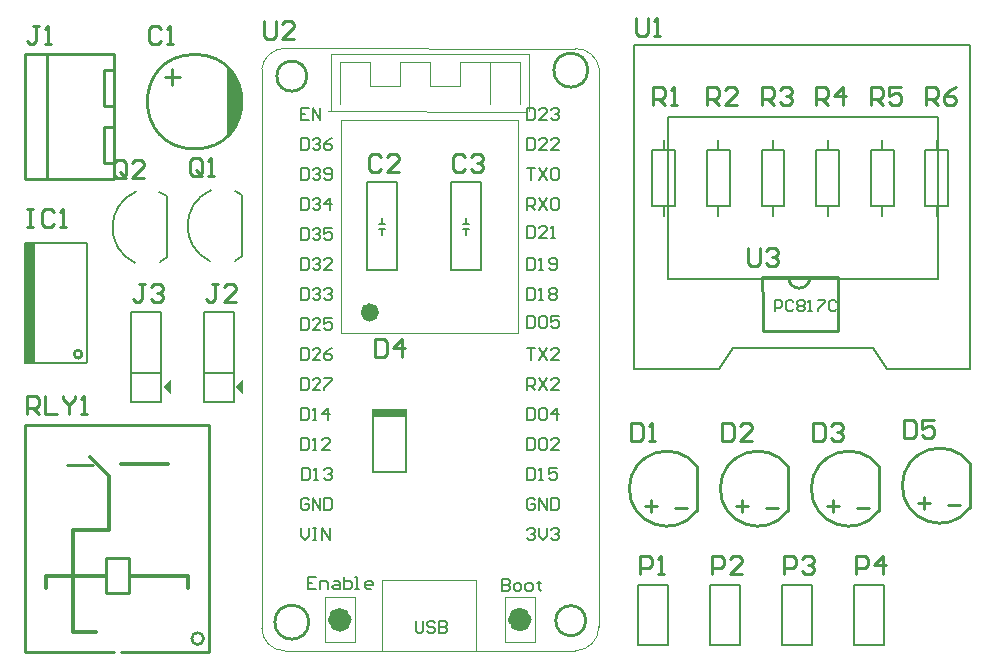
<source format=gto>
G04*
G04 #@! TF.GenerationSoftware,Altium Limited,Altium Designer,21.3.2 (30)*
G04*
G04 Layer_Color=65535*
%FSTAX24Y24*%
%MOIN*%
G70*
G04*
G04 #@! TF.SameCoordinates,FD8D8422-8178-4DE3-8D18-A0C0927E7843*
G04*
G04*
G04 #@! TF.FilePolarity,Positive*
G04*
G01*
G75*
%ADD10C,0.0070*%
%ADD11C,0.0100*%
%ADD12C,0.0394*%
%ADD13C,0.0047*%
%ADD14C,0.0315*%
%ADD15C,0.0050*%
%ADD16C,0.0060*%
%ADD17C,0.0079*%
%ADD18C,0.0118*%
%ADD19C,0.0059*%
%ADD20C,0.0080*%
%ADD21C,0.0059*%
%ADD22R,0.0360X0.3990*%
%ADD23R,0.1102X0.0315*%
G36*
X035731Y041081D02*
X035731Y041081D01*
X035731D01*
Y041081D01*
D02*
G37*
G36*
X035806Y041002D02*
X035935Y040827D01*
X03604Y040637D01*
X036121Y040435D01*
X036176Y040224D01*
X036203Y040009D01*
Y039791D01*
X036176Y039575D01*
X036121Y039365D01*
X03604Y039163D01*
X035935Y038973D01*
X035806Y038798D01*
X035731Y038719D01*
X035731Y041081D01*
X035806Y041002D01*
D02*
G37*
G36*
X036288Y03014D02*
X036038Y03039D01*
X036288Y03064D01*
Y03014D01*
D02*
G37*
G36*
X03386D02*
X03361Y03039D01*
X03386Y03064D01*
Y03014D01*
D02*
G37*
D10*
X0327Y036899D02*
G03*
X032668Y034535I000524J-00119D01*
G01*
X035203Y036949D02*
G03*
X035171Y034585I000524J-00119D01*
G01*
X035978Y02989D02*
Y03289D01*
X034978Y02989D02*
X035978D01*
X034978D02*
Y03289D01*
X035978D01*
X034988Y03084D02*
X035978D01*
X03355Y02989D02*
Y03289D01*
X03255Y02989D02*
X03355D01*
X03255D02*
Y03289D01*
X03355D01*
X03256Y03084D02*
X03355D01*
X03375Y03472D02*
Y03675D01*
X03349Y03688D02*
X03375Y03675D01*
X033502Y034547D02*
X03375Y03472D01*
X036253Y03477D02*
Y0368D01*
X035993Y03693D02*
X036253Y0368D01*
X036005Y034597D02*
X036253Y03477D01*
X03106Y03144D02*
Y0352D01*
X03105Y03519D02*
X03106Y0352D01*
X029Y03519D02*
X03105D01*
X029Y0312D02*
Y03519D01*
Y0312D02*
X03105D01*
X03106Y03121D01*
Y03144D01*
X02923Y03518D02*
X02937Y03519D01*
X0503Y03608D02*
Y03643D01*
X04992D02*
Y03828D01*
X0503D02*
Y03862D01*
X05068Y03643D02*
Y03828D01*
X04992D02*
X05068D01*
X04992Y03643D02*
X05068D01*
X05212Y03608D02*
Y03643D01*
X05174D02*
Y03828D01*
X05212D02*
Y03862D01*
X0525Y03643D02*
Y03828D01*
X05174D02*
X0525D01*
X05174Y03643D02*
X0525D01*
X05576Y03608D02*
Y03643D01*
X05538D02*
Y03828D01*
X05576D02*
Y03862D01*
X05614Y03643D02*
Y03828D01*
X05538D02*
X05614D01*
X05538Y03643D02*
X05614D01*
X05394Y03608D02*
Y03643D01*
X05356D02*
Y03828D01*
X05394D02*
Y03862D01*
X05432Y03643D02*
Y03828D01*
X05356D02*
X05432D01*
X05356Y03643D02*
X05432D01*
X05758Y03608D02*
Y03643D01*
X0572D02*
Y03828D01*
X05758D02*
Y03862D01*
X05796Y03643D02*
Y03828D01*
X0572D02*
X05796D01*
X0572Y03643D02*
X05796D01*
X0594Y03608D02*
Y03643D01*
X05902D02*
Y03828D01*
X0594D02*
Y03862D01*
X05978Y03643D02*
Y03828D01*
X05902D02*
X05978D01*
X05902Y03643D02*
X05978D01*
D11*
X03091Y03148D02*
G03*
X03091Y03148I-00013J0D01*
G01*
X0514Y02775D02*
G03*
X0514Y02625I-001J-00075D01*
G01*
X034649Y041475D02*
G03*
X034677Y041475I000014J-001575D01*
G01*
X0477Y0226D02*
G03*
X0477Y0226I-0005J0D01*
G01*
X047766Y04095D02*
G03*
X047766Y04095I-000566J0D01*
G01*
X0384Y04075D02*
G03*
X0384Y04075I-0005J0D01*
G01*
X038466Y02255D02*
G03*
X038466Y02255I-000566J0D01*
G01*
X054433Y02775D02*
G03*
X054433Y02625I-001J-00075D01*
G01*
X057467Y02775D02*
G03*
X057467Y02625I-001J-00075D01*
G01*
X03496Y022003D02*
G03*
X03496Y022003I-000197J0D01*
G01*
X05446Y034032D02*
G03*
X055169Y034043I000355J000005D01*
G01*
X0605Y02785D02*
G03*
X0605Y02635I-001J-00075D01*
G01*
X02974Y037325D02*
Y041475D01*
X029015Y037325D02*
X031965D01*
X031647Y04095D02*
X031965D01*
X031647Y03975D02*
X031965D01*
X031647D02*
Y04035D01*
Y04095D01*
Y03905D02*
X031965D01*
X031647Y03785D02*
X031965D01*
X031647D02*
Y03845D01*
Y03905D01*
X029015Y041475D02*
X02974D01*
X029015Y037325D02*
Y041475D01*
X02974Y041393D02*
Y041475D01*
X031965D01*
Y037325D02*
Y041475D01*
X0514Y02625D02*
Y02775D01*
X033913Y04045D02*
Y04098D01*
X033673Y04072D02*
X034163D01*
X054433Y02625D02*
Y02775D01*
X057467Y02625D02*
Y02775D01*
X031692Y023509D02*
X03248D01*
Y02469D01*
X031692D02*
X03248D01*
X031692Y023509D02*
Y02469D01*
X032202Y02157D02*
X035157D01*
X029015D02*
X03197D01*
X030414Y02779D02*
X031291D01*
X029015Y02913D02*
X035157D01*
X029015Y02157D02*
Y02913D01*
X035157Y02157D02*
Y02913D01*
X053586Y034054D02*
X053599Y033087D01*
X053598Y032244D02*
X053599Y033099D01*
X05359Y034059D02*
X056109D01*
X056117Y032248D02*
Y034059D01*
X053601Y032241D02*
X056121D01*
X0605Y02635D02*
Y02785D01*
X049681Y026408D02*
X050081D01*
X049881Y026608D02*
Y026208D01*
X050681Y026358D02*
X051081D01*
X052714Y026408D02*
X053114D01*
X052914Y026608D02*
Y026208D01*
X053714Y026358D02*
X054114D01*
X055747Y026408D02*
X056147D01*
X055947Y026608D02*
Y026208D01*
X056747Y026358D02*
X057147D01*
X058781Y026508D02*
X059181D01*
X058981Y026708D02*
Y026308D01*
X059781Y026458D02*
X060181D01*
X0531Y03501D02*
Y03451D01*
X0532Y03441D01*
X0534D01*
X0535Y03451D01*
Y03501D01*
X0537Y03491D02*
X0538Y03501D01*
X054D01*
X0541Y03491D01*
Y03481D01*
X054Y03471D01*
X0539D01*
X054D01*
X0541Y03461D01*
Y03451D01*
X054Y03441D01*
X0538D01*
X0537Y03451D01*
X03697Y0426D02*
Y0421D01*
X03707Y042D01*
X03727D01*
X03737Y0421D01*
Y0426D01*
X03797Y042D02*
X03757D01*
X03797Y0424D01*
Y0425D01*
X03787Y0426D01*
X03767D01*
X03757Y0425D01*
X04939Y0427D02*
Y0422D01*
X04949Y0421D01*
X04969D01*
X04979Y0422D01*
Y0427D01*
X04999Y0421D02*
X05019D01*
X05009D01*
Y0427D01*
X04999Y0426D01*
X029066Y02948D02*
Y03008D01*
X029366D01*
X029466Y02998D01*
Y02978D01*
X029366Y02968D01*
X029066D01*
X029266D02*
X029466Y02948D01*
X029666Y03008D02*
Y02948D01*
X030066D01*
X030265Y03008D02*
Y02998D01*
X030465Y02978D01*
X030665Y02998D01*
Y03008D01*
X030465Y02978D02*
Y02948D01*
X030865D02*
X031065D01*
X030965D01*
Y03008D01*
X030865Y02998D01*
X05903Y03979D02*
Y04039D01*
X05933D01*
X05943Y04029D01*
Y04009D01*
X05933Y03999D01*
X05903D01*
X05923D02*
X05943Y03979D01*
X06003Y04039D02*
X05983Y04029D01*
X05963Y04009D01*
Y03989D01*
X05973Y03979D01*
X05993D01*
X06003Y03989D01*
Y03999D01*
X05993Y04009D01*
X05963D01*
X05721Y03979D02*
Y04039D01*
X05751D01*
X05761Y04029D01*
Y04009D01*
X05751Y03999D01*
X05721D01*
X05741D02*
X05761Y03979D01*
X05821Y04039D02*
X05781D01*
Y04009D01*
X05801Y04019D01*
X05811D01*
X05821Y04009D01*
Y03989D01*
X05811Y03979D01*
X05791D01*
X05781Y03989D01*
X05539Y03979D02*
Y04039D01*
X05569D01*
X05579Y04029D01*
Y04009D01*
X05569Y03999D01*
X05539D01*
X05559D02*
X05579Y03979D01*
X05629D02*
Y04039D01*
X05599Y04009D01*
X05639D01*
X05357Y03979D02*
Y04039D01*
X05387D01*
X05397Y04029D01*
Y04009D01*
X05387Y03999D01*
X05357D01*
X05377D02*
X05397Y03979D01*
X05417Y04029D02*
X05427Y04039D01*
X05447D01*
X05457Y04029D01*
Y04019D01*
X05447Y04009D01*
X05437D01*
X05447D01*
X05457Y03999D01*
Y03989D01*
X05447Y03979D01*
X05427D01*
X05417Y03989D01*
X05175Y03979D02*
Y04039D01*
X05205D01*
X05215Y04029D01*
Y04009D01*
X05205Y03999D01*
X05175D01*
X05195D02*
X05215Y03979D01*
X05275D02*
X05235D01*
X05275Y04019D01*
Y04029D01*
X05265Y04039D01*
X05245D01*
X05235Y04029D01*
X04993Y03979D02*
Y04039D01*
X05023D01*
X05033Y04029D01*
Y04009D01*
X05023Y03999D01*
X04993D01*
X05013D02*
X05033Y03979D01*
X05053D02*
X05073D01*
X05063D01*
Y04039D01*
X05053Y04029D01*
X03239Y03747D02*
Y03787D01*
X03229Y03797D01*
X03209D01*
X03199Y03787D01*
Y03747D01*
X03209Y03737D01*
X03229D01*
X03219Y03757D02*
X03239Y03737D01*
X03229D02*
X03239Y03747D01*
X03299Y03737D02*
X03259D01*
X03299Y03777D01*
Y03787D01*
X03289Y03797D01*
X03269D01*
X03259Y03787D01*
X034893Y03752D02*
Y03792D01*
X034793Y03802D01*
X034593D01*
X034493Y03792D01*
Y03752D01*
X034593Y03742D01*
X034793D01*
X034693Y03762D02*
X034893Y03742D01*
X034793D02*
X034893Y03752D01*
X035093Y03742D02*
X035293D01*
X035193D01*
Y03802D01*
X035093Y03792D01*
X05671Y02414D02*
Y02474D01*
X05701D01*
X05711Y02464D01*
Y02444D01*
X05701Y02434D01*
X05671D01*
X05761Y02414D02*
Y02474D01*
X05731Y02444D01*
X05771D01*
X05431Y02414D02*
Y02474D01*
X05461D01*
X05471Y02464D01*
Y02444D01*
X05461Y02434D01*
X05431D01*
X05491Y02464D02*
X05501Y02474D01*
X05521D01*
X05531Y02464D01*
Y02454D01*
X05521Y02444D01*
X05511D01*
X05521D01*
X05531Y02434D01*
Y02424D01*
X05521Y02414D01*
X05501D01*
X05491Y02424D01*
X05191Y02414D02*
Y02474D01*
X05221D01*
X05231Y02464D01*
Y02444D01*
X05221Y02434D01*
X05191D01*
X05291Y02414D02*
X05251D01*
X05291Y02454D01*
Y02464D01*
X05281Y02474D01*
X05261D01*
X05251Y02464D01*
X04951Y02414D02*
Y02474D01*
X04981D01*
X04991Y02464D01*
Y02444D01*
X04981Y02434D01*
X04951D01*
X05011Y02414D02*
X05031D01*
X05021D01*
Y02474D01*
X05011Y02464D01*
X033Y03382D02*
X0328D01*
X0329D01*
Y03332D01*
X0328Y03322D01*
X0327D01*
X0326Y03332D01*
X0332Y03372D02*
X0333Y03382D01*
X0335D01*
X0336Y03372D01*
Y03362D01*
X0335Y03352D01*
X0334D01*
X0335D01*
X0336Y03342D01*
Y03332D01*
X0335Y03322D01*
X0333D01*
X0332Y03332D01*
X035428Y03382D02*
X035228D01*
X035328D01*
Y03332D01*
X035228Y03322D01*
X035128D01*
X035028Y03332D01*
X036027Y03322D02*
X035628D01*
X036027Y03362D01*
Y03372D01*
X035928Y03382D01*
X035728D01*
X035628Y03372D01*
X02947Y04242D02*
X02927D01*
X02937D01*
Y04192D01*
X02927Y04182D01*
X02917D01*
X02907Y04192D01*
X02967Y04182D02*
X02987D01*
X02977D01*
Y04242D01*
X02967Y04232D01*
X02906Y03632D02*
X02926D01*
X02916D01*
Y03572D01*
X02906D01*
X02926D01*
X02996Y03622D02*
X02986Y03632D01*
X02966D01*
X02956Y03622D01*
Y03582D01*
X02966Y03572D01*
X02986D01*
X02996Y03582D01*
X03016Y03572D02*
X03036D01*
X03026D01*
Y03632D01*
X03016Y03622D01*
X0583Y0293D02*
Y0287D01*
X0586D01*
X0587Y0288D01*
Y0292D01*
X0586Y0293D01*
X0583D01*
X0593D02*
X0589D01*
Y029D01*
X0591Y0291D01*
X0592D01*
X0593Y029D01*
Y0288D01*
X0592Y0287D01*
X059D01*
X0589Y0288D01*
X04066Y03199D02*
Y03139D01*
X04096D01*
X04106Y03149D01*
Y03189D01*
X04096Y03199D01*
X04066D01*
X04156Y03139D02*
Y03199D01*
X04126Y03169D01*
X04166D01*
X055267Y0292D02*
Y0286D01*
X055567D01*
X055667Y0287D01*
Y0291D01*
X055567Y0292D01*
X055267D01*
X055866Y0291D02*
X055966Y0292D01*
X056166D01*
X056266Y0291D01*
Y029D01*
X056166Y0289D01*
X056066D01*
X056166D01*
X056266Y0288D01*
Y0287D01*
X056166Y0286D01*
X055966D01*
X055866Y0287D01*
X052233Y0292D02*
Y0286D01*
X052533D01*
X052633Y0287D01*
Y0291D01*
X052533Y0292D01*
X052233D01*
X053233Y0286D02*
X052833D01*
X053233Y029D01*
Y0291D01*
X053133Y0292D01*
X052933D01*
X052833Y0291D01*
X0492Y0292D02*
Y0286D01*
X0495D01*
X0496Y0287D01*
Y0291D01*
X0495Y0292D01*
X0492D01*
X0498Y0286D02*
X05D01*
X0499D01*
Y0292D01*
X0498Y0291D01*
X04367Y03804D02*
X04357Y03814D01*
X04337D01*
X04327Y03804D01*
Y03764D01*
X04337Y03754D01*
X04357D01*
X04367Y03764D01*
X04387Y03804D02*
X04397Y03814D01*
X04417D01*
X04427Y03804D01*
Y03794D01*
X04417Y03784D01*
X04407D01*
X04417D01*
X04427Y03774D01*
Y03764D01*
X04417Y03754D01*
X04397D01*
X04387Y03764D01*
X04087Y03805D02*
X04077Y03815D01*
X04057D01*
X04047Y03805D01*
Y03765D01*
X04057Y03755D01*
X04077D01*
X04087Y03765D01*
X04147Y03755D02*
X04107D01*
X04147Y03795D01*
Y03805D01*
X04137Y03815D01*
X04117D01*
X04107Y03805D01*
X03354Y04232D02*
X03344Y04242D01*
X03324D01*
X03314Y04232D01*
Y04192D01*
X03324Y04182D01*
X03344D01*
X03354Y04192D01*
X03374Y04182D02*
X03394D01*
X03384D01*
Y04242D01*
X03374Y04232D01*
D12*
X039697Y022628D02*
G03*
X039697Y022626I-000197J-000001D01*
G01*
X045697Y022628D02*
G03*
X045697Y022626I-000197J000008D01*
G01*
D13*
X037676Y041678D02*
G03*
X036896Y041I0J-000787D01*
G01*
X0369Y02236D02*
G03*
X037661Y021601I00075J-00001D01*
G01*
X04735Y0216D02*
G03*
X048137Y0224I0J000787D01*
G01*
X04815Y041D02*
G03*
X047347Y041671I-000779J-000116D01*
G01*
X039Y0219D02*
X04D01*
Y0234D01*
X0409Y0216D02*
Y023962D01*
X039Y0234D02*
X04D01*
X0409Y023962D02*
X04405D01*
X037661Y021601D02*
X04735Y0216D01*
X04405Y0216D02*
Y023962D01*
X039Y0219D02*
Y0234D01*
X037676Y041678D02*
X047347Y041671D01*
X0392Y0415D02*
X0458D01*
X0425Y040438D02*
Y041238D01*
Y040438D02*
X0435D01*
X0445Y039838D02*
Y041238D01*
X0405Y040438D02*
X0415D01*
X0435Y041238D02*
X0455D01*
X0415D02*
X0425D01*
X0435Y040438D02*
Y041238D01*
X0405Y040438D02*
Y041238D01*
X0391Y0396D02*
X0457Y039567D01*
X039547Y039282D02*
X045453D01*
X039547Y032195D02*
X045453D01*
X0415Y040438D02*
Y041238D01*
X0395D02*
X0405D01*
X039547Y032195D02*
Y039282D01*
X0392Y0396D02*
Y0415D01*
X0395Y039838D02*
Y041238D01*
X048137Y0224D02*
X04815Y041D01*
X045Y0219D02*
X046D01*
Y0234D01*
X045Y0219D02*
Y0234D01*
X046D01*
X0458Y0396D02*
Y0415D01*
X045453Y032195D02*
Y039282D01*
X0455Y039838D02*
Y041238D01*
X036896Y041D02*
X0369Y02236D01*
D14*
X040658Y032878D02*
G03*
X040658Y032876I-000158J-000001D01*
G01*
D15*
X04932Y041776D02*
X06052D01*
Y030976D02*
Y041776D01*
X057749Y030976D02*
X06052D01*
X04932D02*
X052151D01*
X04932D02*
Y041776D01*
X05045Y039375D02*
X05945D01*
Y033975D02*
Y039375D01*
X05045Y033975D02*
X05945D01*
X05045D02*
Y039375D01*
X052151Y030976D02*
X052618Y031676D01*
X057282D01*
X057749Y030976D01*
D16*
X0409Y035819D02*
X041D01*
X0408D02*
X0409D01*
X0404Y034299D02*
Y037219D01*
Y034299D02*
X0414D01*
X0404Y037219D02*
X0414D01*
X040907Y035469D02*
Y035669D01*
X0409Y035819D02*
Y036019D01*
X0408Y035669D02*
X041D01*
X040807D02*
X040907D01*
X0414Y034299D02*
Y037219D01*
X0437Y035809D02*
X0438D01*
X0436D02*
X0437D01*
X0432Y034289D02*
Y037209D01*
Y034289D02*
X0442D01*
X0432Y037209D02*
X0442D01*
X043707Y035459D02*
Y035659D01*
X0437Y035809D02*
Y036009D01*
X0436Y035659D02*
X0438D01*
X043607D02*
X043707D01*
X0442Y034289D02*
Y037209D01*
D17*
X04945Y0238D02*
X05045D01*
Y0218D02*
Y0238D01*
X04945Y0218D02*
X05045D01*
X04945D02*
Y0238D01*
X05185D02*
X05285D01*
Y0218D02*
Y0238D01*
X05185Y0218D02*
X05285D01*
X05185D02*
Y0238D01*
X05425D02*
X05525D01*
Y0218D02*
Y0238D01*
X05425Y0218D02*
X05525D01*
X05425D02*
Y0238D01*
X05665D02*
X05765D01*
Y0218D02*
Y0238D01*
X05665Y0218D02*
X05765D01*
X05665D02*
Y0238D01*
X040599Y027557D02*
X041701D01*
X040599D02*
Y029643D01*
X041701Y027557D02*
Y029643D01*
D18*
X031809Y027217D02*
Y027417D01*
Y025636D02*
Y027217D01*
X0318Y025627D02*
X031809Y025636D01*
X030618Y025627D02*
X0318D01*
X030618Y022227D02*
Y025627D01*
Y022227D02*
X031377D01*
X031177Y028066D02*
X03181Y027417D01*
X032209Y027817D02*
X033762D01*
X029724Y023692D02*
X029724Y024093D01*
X034448Y023692D02*
Y024093D01*
X0325D02*
X034448D01*
X029724D02*
X031672D01*
D19*
X038712Y024044D02*
X03845D01*
Y02365D01*
X038712D01*
X03845Y023847D02*
X038581D01*
X038844Y02365D02*
Y023912D01*
X03904D01*
X039106Y023847D01*
Y02365D01*
X039303Y023912D02*
X039434D01*
X0395Y023847D01*
Y02365D01*
X039303D01*
X039237Y023716D01*
X039303Y023781D01*
X0395D01*
X039631Y024044D02*
Y02365D01*
X039828D01*
X039893Y023716D01*
Y023781D01*
Y023847D01*
X039828Y023912D01*
X039631D01*
X040024Y02365D02*
X040155D01*
X04009D01*
Y024044D01*
X040024D01*
X040549Y02365D02*
X040418D01*
X040352Y023716D01*
Y023847D01*
X040418Y023912D01*
X040549D01*
X040615Y023847D01*
Y023781D01*
X040352D01*
X0449Y023994D02*
Y0236D01*
X045097D01*
X045162Y023666D01*
Y023731D01*
X045097Y023797D01*
X0449D01*
X045097D01*
X045162Y023862D01*
Y023928D01*
X045097Y023994D01*
X0449D01*
X045359Y0236D02*
X04549D01*
X045556Y023666D01*
Y023797D01*
X04549Y023862D01*
X045359D01*
X045294Y023797D01*
Y023666D01*
X045359Y0236D01*
X045753D02*
X045884D01*
X04595Y023666D01*
Y023797D01*
X045884Y023862D01*
X045753D01*
X045687Y023797D01*
Y023666D01*
X045753Y0236D01*
X046146Y023928D02*
Y023862D01*
X046081D01*
X046212D01*
X046146D01*
Y023666D01*
X046212Y0236D01*
X042028Y022575D02*
Y022247D01*
X042093Y022181D01*
X042224D01*
X04229Y022247D01*
Y022575D01*
X042684Y022509D02*
X042618Y022575D01*
X042487D01*
X042421Y022509D01*
Y022443D01*
X042487Y022378D01*
X042618D01*
X042684Y022312D01*
Y022247D01*
X042618Y022181D01*
X042487D01*
X042421Y022247D01*
X042815Y022575D02*
Y022181D01*
X043012D01*
X043077Y022247D01*
Y022312D01*
X043012Y022378D01*
X042815D01*
X043012D01*
X043077Y022443D01*
Y022509D01*
X043012Y022575D01*
X042815D01*
D20*
X038462Y039694D02*
X0382D01*
Y0393D01*
X038462D01*
X0382Y039497D02*
X038331D01*
X038594Y0393D02*
Y039694D01*
X038856Y0393D01*
Y039694D01*
X04575D02*
Y0393D01*
X045947D01*
X046012Y039366D01*
Y039628D01*
X045947Y039694D01*
X04575D01*
X046406Y0393D02*
X046144D01*
X046406Y039562D01*
Y039628D01*
X04634Y039694D01*
X046209D01*
X046144Y039628D01*
X046537D02*
X046603Y039694D01*
X046734D01*
X0468Y039628D01*
Y039562D01*
X046734Y039497D01*
X046668D01*
X046734D01*
X0468Y039431D01*
Y039366D01*
X046734Y0393D01*
X046603D01*
X046537Y039366D01*
X0382Y038694D02*
Y0383D01*
X038397D01*
X038462Y038366D01*
Y038628D01*
X038397Y038694D01*
X0382D01*
X038594Y038628D02*
X038659Y038694D01*
X03879D01*
X038856Y038628D01*
Y038562D01*
X03879Y038497D01*
X038725D01*
X03879D01*
X038856Y038431D01*
Y038366D01*
X03879Y0383D01*
X038659D01*
X038594Y038366D01*
X03925Y038694D02*
X039118Y038628D01*
X038987Y038497D01*
Y038366D01*
X039053Y0383D01*
X039184D01*
X03925Y038366D01*
Y038431D01*
X039184Y038497D01*
X038987D01*
X04575Y031694D02*
X046012D01*
X045881D01*
Y0313D01*
X046144Y031694D02*
X046406Y0313D01*
Y031694D02*
X046144Y0313D01*
X0468D02*
X046537D01*
X0468Y031562D01*
Y031628D01*
X046734Y031694D01*
X046603D01*
X046537Y031628D01*
X04575Y0303D02*
Y030694D01*
X045947D01*
X046012Y030628D01*
Y030497D01*
X045947Y030431D01*
X04575D01*
X045881D02*
X046012Y0303D01*
X046144Y030694D02*
X046406Y0303D01*
Y030694D02*
X046144Y0303D01*
X0468D02*
X046537D01*
X0468Y030562D01*
Y030628D01*
X046734Y030694D01*
X046603D01*
X046537Y030628D01*
X04575Y027694D02*
Y0273D01*
X045947D01*
X046012Y027366D01*
Y027628D01*
X045947Y027694D01*
X04575D01*
X046144Y0273D02*
X046275D01*
X046209D01*
Y027694D01*
X046144Y027628D01*
X046734Y027694D02*
X046472D01*
Y027497D01*
X046603Y027562D01*
X046668D01*
X046734Y027497D01*
Y027366D01*
X046668Y0273D01*
X046537D01*
X046472Y027366D01*
X04575Y028694D02*
Y0283D01*
X045947D01*
X046012Y028366D01*
Y028628D01*
X045947Y028694D01*
X04575D01*
X046144Y028628D02*
X046209Y028694D01*
X04634D01*
X046406Y028628D01*
Y028366D01*
X04634Y0283D01*
X046209D01*
X046144Y028366D01*
Y028628D01*
X0468Y0283D02*
X046537D01*
X0468Y028562D01*
Y028628D01*
X046734Y028694D01*
X046603D01*
X046537Y028628D01*
X046012Y026628D02*
X045947Y026694D01*
X045816D01*
X04575Y026628D01*
Y026366D01*
X045816Y0263D01*
X045947D01*
X046012Y026366D01*
Y026497D01*
X045881D01*
X046144Y0263D02*
Y026694D01*
X046406Y0263D01*
Y026694D01*
X046537D02*
Y0263D01*
X046734D01*
X0468Y026366D01*
Y026628D01*
X046734Y026694D01*
X046537D01*
X04575Y029694D02*
Y0293D01*
X045947D01*
X046012Y029366D01*
Y029628D01*
X045947Y029694D01*
X04575D01*
X046144Y029628D02*
X046209Y029694D01*
X04634D01*
X046406Y029628D01*
Y029366D01*
X04634Y0293D01*
X046209D01*
X046144Y029366D01*
Y029628D01*
X046734Y0293D02*
Y029694D01*
X046537Y029497D01*
X0468D01*
X04575Y025628D02*
X045816Y025694D01*
X045947D01*
X046012Y025628D01*
Y025562D01*
X045947Y025497D01*
X045881D01*
X045947D01*
X046012Y025431D01*
Y025366D01*
X045947Y0253D01*
X045816D01*
X04575Y025366D01*
X046144Y025694D02*
Y025431D01*
X046275Y0253D01*
X046406Y025431D01*
Y025694D01*
X046537Y025628D02*
X046603Y025694D01*
X046734D01*
X0468Y025628D01*
Y025562D01*
X046734Y025497D01*
X046668D01*
X046734D01*
X0468Y025431D01*
Y025366D01*
X046734Y0253D01*
X046603D01*
X046537Y025366D01*
X0382Y037694D02*
Y0373D01*
X038397D01*
X038462Y037366D01*
Y037628D01*
X038397Y037694D01*
X0382D01*
X038594Y037628D02*
X038659Y037694D01*
X03879D01*
X038856Y037628D01*
Y037562D01*
X03879Y037497D01*
X038725D01*
X03879D01*
X038856Y037431D01*
Y037366D01*
X03879Y0373D01*
X038659D01*
X038594Y037366D01*
X038987D02*
X039053Y0373D01*
X039184D01*
X03925Y037366D01*
Y037628D01*
X039184Y037694D01*
X039053D01*
X038987Y037628D01*
Y037562D01*
X039053Y037497D01*
X03925D01*
X0382Y028694D02*
Y0283D01*
X038397D01*
X038462Y028366D01*
Y028628D01*
X038397Y028694D01*
X0382D01*
X038594Y0283D02*
X038725D01*
X038659D01*
Y028694D01*
X038594Y028628D01*
X039184Y0283D02*
X038922D01*
X039184Y028562D01*
Y028628D01*
X039118Y028694D01*
X038987D01*
X038922Y028628D01*
X0382Y025694D02*
Y025431D01*
X038331Y0253D01*
X038462Y025431D01*
Y025694D01*
X038594D02*
X038725D01*
X038659D01*
Y0253D01*
X038594D01*
X038725D01*
X038922D02*
Y025694D01*
X039184Y0253D01*
Y025694D01*
X038462Y026628D02*
X038397Y026694D01*
X038266D01*
X0382Y026628D01*
Y026366D01*
X038266Y0263D01*
X038397D01*
X038462Y026366D01*
Y026497D01*
X038331D01*
X038594Y0263D02*
Y026694D01*
X038856Y0263D01*
Y026694D01*
X038987D02*
Y0263D01*
X039184D01*
X03925Y026366D01*
Y026628D01*
X039184Y026694D01*
X038987D01*
X0382Y029694D02*
Y0293D01*
X038397D01*
X038462Y029366D01*
Y029628D01*
X038397Y029694D01*
X0382D01*
X038594Y0293D02*
X038725D01*
X038659D01*
Y029694D01*
X038594Y029628D01*
X039118Y0293D02*
Y029694D01*
X038922Y029497D01*
X039184D01*
X0382Y030694D02*
Y0303D01*
X038397D01*
X038462Y030366D01*
Y030628D01*
X038397Y030694D01*
X0382D01*
X038856Y0303D02*
X038594D01*
X038856Y030562D01*
Y030628D01*
X03879Y030694D01*
X038659D01*
X038594Y030628D01*
X038987Y030694D02*
X03925D01*
Y030628D01*
X038987Y030366D01*
Y0303D01*
X03825Y027694D02*
Y0273D01*
X038447D01*
X038512Y027366D01*
Y027628D01*
X038447Y027694D01*
X03825D01*
X038644Y0273D02*
X038775D01*
X038709D01*
Y027694D01*
X038644Y027628D01*
X038972D02*
X039037Y027694D01*
X039168D01*
X039234Y027628D01*
Y027562D01*
X039168Y027497D01*
X039103D01*
X039168D01*
X039234Y027431D01*
Y027366D01*
X039168Y0273D01*
X039037D01*
X038972Y027366D01*
X0382Y031694D02*
Y0313D01*
X038397D01*
X038462Y031366D01*
Y031628D01*
X038397Y031694D01*
X0382D01*
X038856Y0313D02*
X038594D01*
X038856Y031562D01*
Y031628D01*
X03879Y031694D01*
X038659D01*
X038594Y031628D01*
X03925Y031694D02*
X039118Y031628D01*
X038987Y031497D01*
Y031366D01*
X039053Y0313D01*
X039184D01*
X03925Y031366D01*
Y031431D01*
X039184Y031497D01*
X038987D01*
X0382Y034694D02*
Y0343D01*
X038397D01*
X038462Y034366D01*
Y034628D01*
X038397Y034694D01*
X0382D01*
X038594Y034628D02*
X038659Y034694D01*
X03879D01*
X038856Y034628D01*
Y034562D01*
X03879Y034497D01*
X038725D01*
X03879D01*
X038856Y034431D01*
Y034366D01*
X03879Y0343D01*
X038659D01*
X038594Y034366D01*
X03925Y0343D02*
X038987D01*
X03925Y034562D01*
Y034628D01*
X039184Y034694D01*
X039053D01*
X038987Y034628D01*
X0382Y036694D02*
Y0363D01*
X038397D01*
X038462Y036366D01*
Y036628D01*
X038397Y036694D01*
X0382D01*
X038594Y036628D02*
X038659Y036694D01*
X03879D01*
X038856Y036628D01*
Y036562D01*
X03879Y036497D01*
X038725D01*
X03879D01*
X038856Y036431D01*
Y036366D01*
X03879Y0363D01*
X038659D01*
X038594Y036366D01*
X039184Y0363D02*
Y036694D01*
X038987Y036497D01*
X03925D01*
X0382Y035694D02*
Y0353D01*
X038397D01*
X038462Y035366D01*
Y035628D01*
X038397Y035694D01*
X0382D01*
X038594Y035628D02*
X038659Y035694D01*
X03879D01*
X038856Y035628D01*
Y035562D01*
X03879Y035497D01*
X038725D01*
X03879D01*
X038856Y035431D01*
Y035366D01*
X03879Y0353D01*
X038659D01*
X038594Y035366D01*
X03925Y035694D02*
X038987D01*
Y035497D01*
X039118Y035562D01*
X039184D01*
X03925Y035497D01*
Y035366D01*
X039184Y0353D01*
X039053D01*
X038987Y035366D01*
X0382Y033694D02*
Y0333D01*
X038397D01*
X038462Y033366D01*
Y033628D01*
X038397Y033694D01*
X0382D01*
X038594Y033628D02*
X038659Y033694D01*
X03879D01*
X038856Y033628D01*
Y033562D01*
X03879Y033497D01*
X038725D01*
X03879D01*
X038856Y033431D01*
Y033366D01*
X03879Y0333D01*
X038659D01*
X038594Y033366D01*
X038987Y033628D02*
X039053Y033694D01*
X039184D01*
X03925Y033628D01*
Y033562D01*
X039184Y033497D01*
X039118D01*
X039184D01*
X03925Y033431D01*
Y033366D01*
X039184Y0333D01*
X039053D01*
X038987Y033366D01*
X0382Y032694D02*
Y0323D01*
X038397D01*
X038462Y032366D01*
Y032628D01*
X038397Y032694D01*
X0382D01*
X038856Y0323D02*
X038594D01*
X038856Y032562D01*
Y032628D01*
X03879Y032694D01*
X038659D01*
X038594Y032628D01*
X03925Y032694D02*
X038987D01*
Y032497D01*
X039118Y032562D01*
X039184D01*
X03925Y032497D01*
Y032366D01*
X039184Y0323D01*
X039053D01*
X038987Y032366D01*
X04575Y034694D02*
Y0343D01*
X045947D01*
X046012Y034366D01*
Y034628D01*
X045947Y034694D01*
X04575D01*
X046144Y0343D02*
X046275D01*
X046209D01*
Y034694D01*
X046144Y034628D01*
X046472Y034366D02*
X046537Y0343D01*
X046668D01*
X046734Y034366D01*
Y034628D01*
X046668Y034694D01*
X046537D01*
X046472Y034628D01*
Y034562D01*
X046537Y034497D01*
X046734D01*
X04575Y032744D02*
Y03235D01*
X045947D01*
X046012Y032416D01*
Y032678D01*
X045947Y032744D01*
X04575D01*
X046144Y032678D02*
X046209Y032744D01*
X04634D01*
X046406Y032678D01*
Y032416D01*
X04634Y03235D01*
X046209D01*
X046144Y032416D01*
Y032678D01*
X0468Y032744D02*
X046537D01*
Y032547D01*
X046668Y032612D01*
X046734D01*
X0468Y032547D01*
Y032416D01*
X046734Y03235D01*
X046603D01*
X046537Y032416D01*
X04575Y033694D02*
Y0333D01*
X045947D01*
X046012Y033366D01*
Y033628D01*
X045947Y033694D01*
X04575D01*
X046144Y0333D02*
X046275D01*
X046209D01*
Y033694D01*
X046144Y033628D01*
X046472D02*
X046537Y033694D01*
X046668D01*
X046734Y033628D01*
Y033562D01*
X046668Y033497D01*
X046734Y033431D01*
Y033366D01*
X046668Y0333D01*
X046537D01*
X046472Y033366D01*
Y033431D01*
X046537Y033497D01*
X046472Y033562D01*
Y033628D01*
X046537Y033497D02*
X046668D01*
X04575Y035744D02*
Y03535D01*
X045947D01*
X046012Y035416D01*
Y035678D01*
X045947Y035744D01*
X04575D01*
X046406Y03535D02*
X046144D01*
X046406Y035612D01*
Y035678D01*
X04634Y035744D01*
X046209D01*
X046144Y035678D01*
X046537Y03535D02*
X046668D01*
X046603D01*
Y035744D01*
X046537Y035678D01*
X04575Y038694D02*
Y0383D01*
X045947D01*
X046012Y038366D01*
Y038628D01*
X045947Y038694D01*
X04575D01*
X046406Y0383D02*
X046144D01*
X046406Y038562D01*
Y038628D01*
X04634Y038694D01*
X046209D01*
X046144Y038628D01*
X0468Y0383D02*
X046537D01*
X0468Y038562D01*
Y038628D01*
X046734Y038694D01*
X046603D01*
X046537Y038628D01*
X04575Y037694D02*
X046012D01*
X045881D01*
Y0373D01*
X046144Y037694D02*
X046406Y0373D01*
Y037694D02*
X046144Y0373D01*
X046537Y037628D02*
X046603Y037694D01*
X046734D01*
X0468Y037628D01*
Y037366D01*
X046734Y0373D01*
X046603D01*
X046537Y037366D01*
Y037628D01*
X04575Y0363D02*
Y036694D01*
X045947D01*
X046012Y036628D01*
Y036497D01*
X045947Y036431D01*
X04575D01*
X045881D02*
X046012Y0363D01*
X046144Y036694D02*
X046406Y0363D01*
Y036694D02*
X046144Y0363D01*
X046537Y036628D02*
X046603Y036694D01*
X046734D01*
X0468Y036628D01*
Y036366D01*
X046734Y0363D01*
X046603D01*
X046537Y036366D01*
Y036628D01*
D21*
X054Y032912D02*
Y033286D01*
X054187D01*
X05425Y033223D01*
Y033099D01*
X054187Y033036D01*
X054D01*
X054624Y033223D02*
X054561Y033286D01*
X054437D01*
X054374Y033223D01*
Y032974D01*
X054437Y032912D01*
X054561D01*
X054624Y032974D01*
X054748Y033223D02*
X054811Y033286D01*
X054935D01*
X054997Y033223D01*
Y033161D01*
X054935Y033099D01*
X054997Y033036D01*
Y032974D01*
X054935Y032912D01*
X054811D01*
X054748Y032974D01*
Y033036D01*
X054811Y033099D01*
X054748Y033161D01*
Y033223D01*
X054811Y033099D02*
X054935D01*
X055122Y032912D02*
X055247D01*
X055184D01*
Y033286D01*
X055122Y033223D01*
X055434Y033286D02*
X055683D01*
Y033223D01*
X055434Y032974D01*
Y032912D01*
X056057Y033223D02*
X055995Y033286D01*
X05587D01*
X055808Y033223D01*
Y032974D01*
X05587Y032912D01*
X055995D01*
X056057Y032974D01*
D22*
X02918Y033205D02*
D03*
D23*
X041151Y029525D02*
D03*
M02*

</source>
